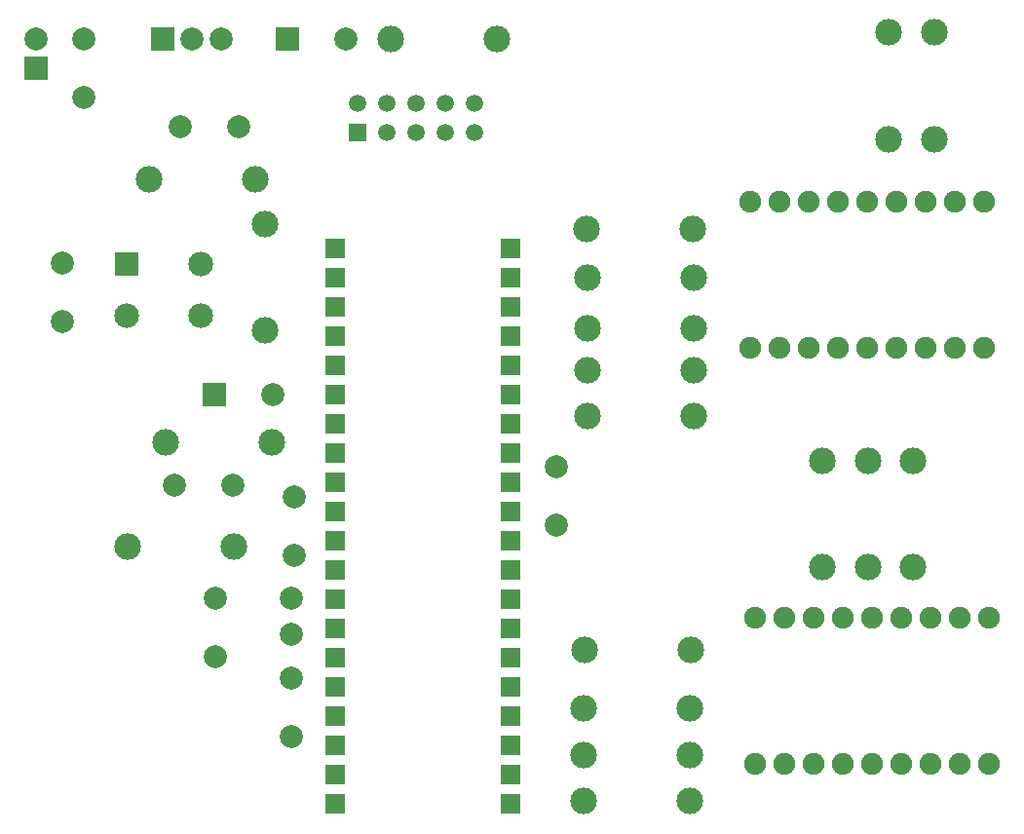
<source format=gbr>
%TF.GenerationSoftware,Altium Limited,Altium Designer,18.1.7 (191)*%
G04 Layer_Color=255*
%FSLAX26Y26*%
%MOIN*%
%TF.FileFunction,Pads,Bot*%
%TF.Part,Single*%
G01*
G75*
%TA.AperFunction,ComponentPad*%
%ADD11C,0.078740*%
%ADD12R,0.082680X0.082680*%
%ADD13C,0.091000*%
%ADD14R,0.069000X0.069000*%
%ADD15C,0.074800*%
%ADD16R,0.078740X0.078740*%
%ADD17C,0.059055*%
%ADD18R,0.059055X0.059055*%
%ADD19C,0.084650*%
%ADD20R,0.084650X0.084650*%
%ADD21R,0.078740X0.078740*%
D11*
X785000Y2780000D02*
D03*
X685000D02*
D03*
X1035000Y1213276D02*
D03*
Y1013277D02*
D03*
X1025000Y743976D02*
D03*
Y866024D02*
D03*
X1930000Y1115399D02*
D03*
Y1315399D02*
D03*
X845000Y2480000D02*
D03*
X645000D02*
D03*
X315000Y2780000D02*
D03*
Y2580000D02*
D03*
X240000Y1815000D02*
D03*
Y2015000D02*
D03*
X150000Y2780000D02*
D03*
X765000Y666968D02*
D03*
Y866968D02*
D03*
X1025000Y395000D02*
D03*
Y595000D02*
D03*
X1210000Y2780000D02*
D03*
X960000Y1565000D02*
D03*
X625000Y1255000D02*
D03*
X825000D02*
D03*
D12*
X585000Y2780000D02*
D03*
D13*
X902000Y2300000D02*
D03*
X538000D02*
D03*
X3225000Y2438000D02*
D03*
Y2802000D02*
D03*
X3067308Y2438000D02*
D03*
Y2802000D02*
D03*
X2397000Y2130000D02*
D03*
X2033000D02*
D03*
X2402000Y1965000D02*
D03*
X2038000D02*
D03*
X2402000Y1790000D02*
D03*
X2038000D02*
D03*
X2402000Y1646538D02*
D03*
X2038000D02*
D03*
X2402000Y1488846D02*
D03*
X2038000D02*
D03*
X3151952Y972267D02*
D03*
Y1336267D02*
D03*
X935000Y1783000D02*
D03*
Y2147000D02*
D03*
X2997121Y972267D02*
D03*
Y1336267D02*
D03*
X2839428Y972267D02*
D03*
Y1336267D02*
D03*
X2392000Y690000D02*
D03*
X2028000D02*
D03*
X2387733Y489044D02*
D03*
X2023733D02*
D03*
X2387733Y331351D02*
D03*
X2023733D02*
D03*
X2387733Y173659D02*
D03*
X2023733D02*
D03*
X1727000Y2780000D02*
D03*
X1363000D02*
D03*
X593000Y1400000D02*
D03*
X957000D02*
D03*
X463000Y1045000D02*
D03*
X827000D02*
D03*
D14*
X1175000Y2065000D02*
D03*
Y1965000D02*
D03*
Y1865000D02*
D03*
Y1765000D02*
D03*
Y1665000D02*
D03*
Y1565000D02*
D03*
Y1465000D02*
D03*
Y1365000D02*
D03*
Y1265000D02*
D03*
Y1165000D02*
D03*
Y1065000D02*
D03*
Y965000D02*
D03*
Y865000D02*
D03*
Y765000D02*
D03*
Y665000D02*
D03*
Y565000D02*
D03*
Y465000D02*
D03*
Y365000D02*
D03*
Y265000D02*
D03*
Y165000D02*
D03*
X1775000Y2065000D02*
D03*
Y1965000D02*
D03*
Y1865000D02*
D03*
Y1765000D02*
D03*
Y1665000D02*
D03*
Y1565000D02*
D03*
Y1465000D02*
D03*
Y1365000D02*
D03*
Y1265000D02*
D03*
Y1165000D02*
D03*
Y1065000D02*
D03*
Y965000D02*
D03*
Y865000D02*
D03*
Y765000D02*
D03*
Y665000D02*
D03*
Y565000D02*
D03*
Y465000D02*
D03*
Y365000D02*
D03*
Y265000D02*
D03*
Y165000D02*
D03*
D15*
X2610130Y800040D02*
D03*
X2710000Y800000D02*
D03*
X2810130D02*
D03*
X2910000Y800040D02*
D03*
X3010130D02*
D03*
X3110130D02*
D03*
X3210130D02*
D03*
X3310000Y800000D02*
D03*
X3410130D02*
D03*
X3410000Y300000D02*
D03*
X3310130Y300039D02*
D03*
X3210130D02*
D03*
X3110130Y300000D02*
D03*
X3010130Y300039D02*
D03*
X2910130D02*
D03*
X2810130D02*
D03*
X2710000D02*
D03*
X2610000D02*
D03*
X2595000Y2225001D02*
D03*
X2694870Y2224961D02*
D03*
X2795000D02*
D03*
X2894870Y2225001D02*
D03*
X2995000D02*
D03*
X3095000D02*
D03*
X3195000D02*
D03*
X3294870Y2224961D02*
D03*
X3395000D02*
D03*
X3394870Y1724961D02*
D03*
X3295000Y1725000D02*
D03*
X3195000D02*
D03*
X3095000Y1724961D02*
D03*
X2995000Y1725000D02*
D03*
X2895000D02*
D03*
X2795000D02*
D03*
X2694870D02*
D03*
X2594870D02*
D03*
D16*
X150000Y2680000D02*
D03*
D17*
X1650000Y2560000D02*
D03*
Y2460000D02*
D03*
X1550000Y2560000D02*
D03*
Y2460000D02*
D03*
X1450000Y2560000D02*
D03*
Y2460000D02*
D03*
X1350000Y2560000D02*
D03*
Y2460000D02*
D03*
X1250000Y2560000D02*
D03*
D18*
Y2460000D02*
D03*
D19*
X715000Y2010000D02*
D03*
Y1832000D02*
D03*
X459000D02*
D03*
D20*
Y2010000D02*
D03*
D21*
X1010000Y2780000D02*
D03*
X760000Y1565000D02*
D03*
%TF.MD5,b4f883f0cb5191ddf0da696551db0973*%
M02*

</source>
